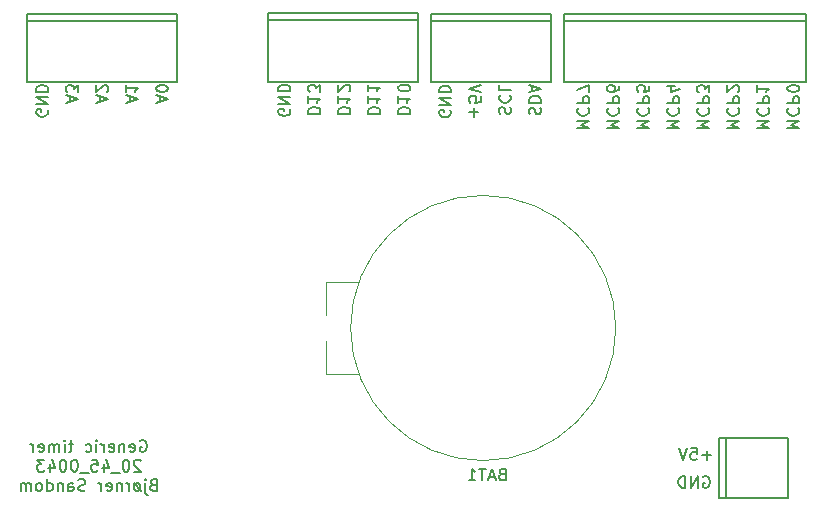
<source format=gbr>
G04 #@! TF.GenerationSoftware,KiCad,Pcbnew,(5.1.7)-1*
G04 #@! TF.CreationDate,2020-11-03T10:40:30+01:00*
G04 #@! TF.ProjectId,Timer,54696d65-722e-46b6-9963-61645f706362,rev?*
G04 #@! TF.SameCoordinates,Original*
G04 #@! TF.FileFunction,Legend,Bot*
G04 #@! TF.FilePolarity,Positive*
%FSLAX46Y46*%
G04 Gerber Fmt 4.6, Leading zero omitted, Abs format (unit mm)*
G04 Created by KiCad (PCBNEW (5.1.7)-1) date 2020-11-03 10:40:30*
%MOMM*%
%LPD*%
G01*
G04 APERTURE LIST*
%ADD10C,0.150000*%
%ADD11C,0.100000*%
G04 APERTURE END LIST*
D10*
X127333333Y-92500000D02*
X127428571Y-92452380D01*
X127571428Y-92452380D01*
X127714285Y-92500000D01*
X127809523Y-92595238D01*
X127857142Y-92690476D01*
X127904761Y-92880952D01*
X127904761Y-93023809D01*
X127857142Y-93214285D01*
X127809523Y-93309523D01*
X127714285Y-93404761D01*
X127571428Y-93452380D01*
X127476190Y-93452380D01*
X127333333Y-93404761D01*
X127285714Y-93357142D01*
X127285714Y-93023809D01*
X127476190Y-93023809D01*
X126476190Y-93404761D02*
X126571428Y-93452380D01*
X126761904Y-93452380D01*
X126857142Y-93404761D01*
X126904761Y-93309523D01*
X126904761Y-92928571D01*
X126857142Y-92833333D01*
X126761904Y-92785714D01*
X126571428Y-92785714D01*
X126476190Y-92833333D01*
X126428571Y-92928571D01*
X126428571Y-93023809D01*
X126904761Y-93119047D01*
X126000000Y-92785714D02*
X126000000Y-93452380D01*
X126000000Y-92880952D02*
X125952380Y-92833333D01*
X125857142Y-92785714D01*
X125714285Y-92785714D01*
X125619047Y-92833333D01*
X125571428Y-92928571D01*
X125571428Y-93452380D01*
X124714285Y-93404761D02*
X124809523Y-93452380D01*
X125000000Y-93452380D01*
X125095238Y-93404761D01*
X125142857Y-93309523D01*
X125142857Y-92928571D01*
X125095238Y-92833333D01*
X125000000Y-92785714D01*
X124809523Y-92785714D01*
X124714285Y-92833333D01*
X124666666Y-92928571D01*
X124666666Y-93023809D01*
X125142857Y-93119047D01*
X124238095Y-93452380D02*
X124238095Y-92785714D01*
X124238095Y-92976190D02*
X124190476Y-92880952D01*
X124142857Y-92833333D01*
X124047619Y-92785714D01*
X123952380Y-92785714D01*
X123619047Y-93452380D02*
X123619047Y-92785714D01*
X123619047Y-92452380D02*
X123666666Y-92500000D01*
X123619047Y-92547619D01*
X123571428Y-92500000D01*
X123619047Y-92452380D01*
X123619047Y-92547619D01*
X122714285Y-93404761D02*
X122809523Y-93452380D01*
X123000000Y-93452380D01*
X123095238Y-93404761D01*
X123142857Y-93357142D01*
X123190476Y-93261904D01*
X123190476Y-92976190D01*
X123142857Y-92880952D01*
X123095238Y-92833333D01*
X123000000Y-92785714D01*
X122809523Y-92785714D01*
X122714285Y-92833333D01*
X121666666Y-92785714D02*
X121285714Y-92785714D01*
X121523809Y-92452380D02*
X121523809Y-93309523D01*
X121476190Y-93404761D01*
X121380952Y-93452380D01*
X121285714Y-93452380D01*
X120952380Y-93452380D02*
X120952380Y-92785714D01*
X120952380Y-92452380D02*
X121000000Y-92500000D01*
X120952380Y-92547619D01*
X120904761Y-92500000D01*
X120952380Y-92452380D01*
X120952380Y-92547619D01*
X120476190Y-93452380D02*
X120476190Y-92785714D01*
X120476190Y-92880952D02*
X120428571Y-92833333D01*
X120333333Y-92785714D01*
X120190476Y-92785714D01*
X120095238Y-92833333D01*
X120047619Y-92928571D01*
X120047619Y-93452380D01*
X120047619Y-92928571D02*
X120000000Y-92833333D01*
X119904761Y-92785714D01*
X119761904Y-92785714D01*
X119666666Y-92833333D01*
X119619047Y-92928571D01*
X119619047Y-93452380D01*
X118761904Y-93404761D02*
X118857142Y-93452380D01*
X119047619Y-93452380D01*
X119142857Y-93404761D01*
X119190476Y-93309523D01*
X119190476Y-92928571D01*
X119142857Y-92833333D01*
X119047619Y-92785714D01*
X118857142Y-92785714D01*
X118761904Y-92833333D01*
X118714285Y-92928571D01*
X118714285Y-93023809D01*
X119190476Y-93119047D01*
X118285714Y-93452380D02*
X118285714Y-92785714D01*
X118285714Y-92976190D02*
X118238095Y-92880952D01*
X118190476Y-92833333D01*
X118095238Y-92785714D01*
X118000000Y-92785714D01*
X127380952Y-94197619D02*
X127333333Y-94150000D01*
X127238095Y-94102380D01*
X127000000Y-94102380D01*
X126904761Y-94150000D01*
X126857142Y-94197619D01*
X126809523Y-94292857D01*
X126809523Y-94388095D01*
X126857142Y-94530952D01*
X127428571Y-95102380D01*
X126809523Y-95102380D01*
X126190476Y-94102380D02*
X126095238Y-94102380D01*
X126000000Y-94150000D01*
X125952380Y-94197619D01*
X125904761Y-94292857D01*
X125857142Y-94483333D01*
X125857142Y-94721428D01*
X125904761Y-94911904D01*
X125952380Y-95007142D01*
X126000000Y-95054761D01*
X126095238Y-95102380D01*
X126190476Y-95102380D01*
X126285714Y-95054761D01*
X126333333Y-95007142D01*
X126380952Y-94911904D01*
X126428571Y-94721428D01*
X126428571Y-94483333D01*
X126380952Y-94292857D01*
X126333333Y-94197619D01*
X126285714Y-94150000D01*
X126190476Y-94102380D01*
X125666666Y-95197619D02*
X124904761Y-95197619D01*
X124238095Y-94435714D02*
X124238095Y-95102380D01*
X124476190Y-94054761D02*
X124714285Y-94769047D01*
X124095238Y-94769047D01*
X123238095Y-94102380D02*
X123714285Y-94102380D01*
X123761904Y-94578571D01*
X123714285Y-94530952D01*
X123619047Y-94483333D01*
X123380952Y-94483333D01*
X123285714Y-94530952D01*
X123238095Y-94578571D01*
X123190476Y-94673809D01*
X123190476Y-94911904D01*
X123238095Y-95007142D01*
X123285714Y-95054761D01*
X123380952Y-95102380D01*
X123619047Y-95102380D01*
X123714285Y-95054761D01*
X123761904Y-95007142D01*
X123000000Y-95197619D02*
X122238095Y-95197619D01*
X121809523Y-94102380D02*
X121714285Y-94102380D01*
X121619047Y-94150000D01*
X121571428Y-94197619D01*
X121523809Y-94292857D01*
X121476190Y-94483333D01*
X121476190Y-94721428D01*
X121523809Y-94911904D01*
X121571428Y-95007142D01*
X121619047Y-95054761D01*
X121714285Y-95102380D01*
X121809523Y-95102380D01*
X121904761Y-95054761D01*
X121952380Y-95007142D01*
X122000000Y-94911904D01*
X122047619Y-94721428D01*
X122047619Y-94483333D01*
X122000000Y-94292857D01*
X121952380Y-94197619D01*
X121904761Y-94150000D01*
X121809523Y-94102380D01*
X120857142Y-94102380D02*
X120761904Y-94102380D01*
X120666666Y-94150000D01*
X120619047Y-94197619D01*
X120571428Y-94292857D01*
X120523809Y-94483333D01*
X120523809Y-94721428D01*
X120571428Y-94911904D01*
X120619047Y-95007142D01*
X120666666Y-95054761D01*
X120761904Y-95102380D01*
X120857142Y-95102380D01*
X120952380Y-95054761D01*
X121000000Y-95007142D01*
X121047619Y-94911904D01*
X121095238Y-94721428D01*
X121095238Y-94483333D01*
X121047619Y-94292857D01*
X121000000Y-94197619D01*
X120952380Y-94150000D01*
X120857142Y-94102380D01*
X119666666Y-94435714D02*
X119666666Y-95102380D01*
X119904761Y-94054761D02*
X120142857Y-94769047D01*
X119523809Y-94769047D01*
X119238095Y-94102380D02*
X118619047Y-94102380D01*
X118952380Y-94483333D01*
X118809523Y-94483333D01*
X118714285Y-94530952D01*
X118666666Y-94578571D01*
X118619047Y-94673809D01*
X118619047Y-94911904D01*
X118666666Y-95007142D01*
X118714285Y-95054761D01*
X118809523Y-95102380D01*
X119095238Y-95102380D01*
X119190476Y-95054761D01*
X119238095Y-95007142D01*
X128452380Y-96228571D02*
X128309523Y-96276190D01*
X128261904Y-96323809D01*
X128214285Y-96419047D01*
X128214285Y-96561904D01*
X128261904Y-96657142D01*
X128309523Y-96704761D01*
X128404761Y-96752380D01*
X128785714Y-96752380D01*
X128785714Y-95752380D01*
X128452380Y-95752380D01*
X128357142Y-95800000D01*
X128309523Y-95847619D01*
X128261904Y-95942857D01*
X128261904Y-96038095D01*
X128309523Y-96133333D01*
X128357142Y-96180952D01*
X128452380Y-96228571D01*
X128785714Y-96228571D01*
X127785714Y-96085714D02*
X127785714Y-96942857D01*
X127833333Y-97038095D01*
X127928571Y-97085714D01*
X127976190Y-97085714D01*
X127785714Y-95752380D02*
X127833333Y-95800000D01*
X127785714Y-95847619D01*
X127738095Y-95800000D01*
X127785714Y-95752380D01*
X127785714Y-95847619D01*
X126785714Y-96085714D02*
X127404761Y-96752380D01*
X127166666Y-96752380D02*
X127261904Y-96704761D01*
X127309523Y-96657142D01*
X127357142Y-96561904D01*
X127357142Y-96276190D01*
X127309523Y-96180952D01*
X127261904Y-96133333D01*
X127166666Y-96085714D01*
X127023809Y-96085714D01*
X126928571Y-96133333D01*
X126880952Y-96180952D01*
X126833333Y-96276190D01*
X126833333Y-96561904D01*
X126880952Y-96657142D01*
X126928571Y-96704761D01*
X127023809Y-96752380D01*
X127166666Y-96752380D01*
X126404761Y-96752380D02*
X126404761Y-96085714D01*
X126404761Y-96276190D02*
X126357142Y-96180952D01*
X126309523Y-96133333D01*
X126214285Y-96085714D01*
X126119047Y-96085714D01*
X125785714Y-96085714D02*
X125785714Y-96752380D01*
X125785714Y-96180952D02*
X125738095Y-96133333D01*
X125642857Y-96085714D01*
X125500000Y-96085714D01*
X125404761Y-96133333D01*
X125357142Y-96228571D01*
X125357142Y-96752380D01*
X124500000Y-96704761D02*
X124595238Y-96752380D01*
X124785714Y-96752380D01*
X124880952Y-96704761D01*
X124928571Y-96609523D01*
X124928571Y-96228571D01*
X124880952Y-96133333D01*
X124785714Y-96085714D01*
X124595238Y-96085714D01*
X124500000Y-96133333D01*
X124452380Y-96228571D01*
X124452380Y-96323809D01*
X124928571Y-96419047D01*
X124023809Y-96752380D02*
X124023809Y-96085714D01*
X124023809Y-96276190D02*
X123976190Y-96180952D01*
X123928571Y-96133333D01*
X123833333Y-96085714D01*
X123738095Y-96085714D01*
X122690476Y-96704761D02*
X122547619Y-96752380D01*
X122309523Y-96752380D01*
X122214285Y-96704761D01*
X122166666Y-96657142D01*
X122119047Y-96561904D01*
X122119047Y-96466666D01*
X122166666Y-96371428D01*
X122214285Y-96323809D01*
X122309523Y-96276190D01*
X122500000Y-96228571D01*
X122595238Y-96180952D01*
X122642857Y-96133333D01*
X122690476Y-96038095D01*
X122690476Y-95942857D01*
X122642857Y-95847619D01*
X122595238Y-95800000D01*
X122500000Y-95752380D01*
X122261904Y-95752380D01*
X122119047Y-95800000D01*
X121261904Y-96752380D02*
X121261904Y-96228571D01*
X121309523Y-96133333D01*
X121404761Y-96085714D01*
X121595238Y-96085714D01*
X121690476Y-96133333D01*
X121261904Y-96704761D02*
X121357142Y-96752380D01*
X121595238Y-96752380D01*
X121690476Y-96704761D01*
X121738095Y-96609523D01*
X121738095Y-96514285D01*
X121690476Y-96419047D01*
X121595238Y-96371428D01*
X121357142Y-96371428D01*
X121261904Y-96323809D01*
X120785714Y-96085714D02*
X120785714Y-96752380D01*
X120785714Y-96180952D02*
X120738095Y-96133333D01*
X120642857Y-96085714D01*
X120500000Y-96085714D01*
X120404761Y-96133333D01*
X120357142Y-96228571D01*
X120357142Y-96752380D01*
X119452380Y-96752380D02*
X119452380Y-95752380D01*
X119452380Y-96704761D02*
X119547619Y-96752380D01*
X119738095Y-96752380D01*
X119833333Y-96704761D01*
X119880952Y-96657142D01*
X119928571Y-96561904D01*
X119928571Y-96276190D01*
X119880952Y-96180952D01*
X119833333Y-96133333D01*
X119738095Y-96085714D01*
X119547619Y-96085714D01*
X119452380Y-96133333D01*
X118833333Y-96752380D02*
X118928571Y-96704761D01*
X118976190Y-96657142D01*
X119023809Y-96561904D01*
X119023809Y-96276190D01*
X118976190Y-96180952D01*
X118928571Y-96133333D01*
X118833333Y-96085714D01*
X118690476Y-96085714D01*
X118595238Y-96133333D01*
X118547619Y-96180952D01*
X118500000Y-96276190D01*
X118500000Y-96561904D01*
X118547619Y-96657142D01*
X118595238Y-96704761D01*
X118690476Y-96752380D01*
X118833333Y-96752380D01*
X118071428Y-96752380D02*
X118071428Y-96085714D01*
X118071428Y-96180952D02*
X118023809Y-96133333D01*
X117928571Y-96085714D01*
X117785714Y-96085714D01*
X117690476Y-96133333D01*
X117642857Y-96228571D01*
X117642857Y-96752380D01*
X117642857Y-96228571D02*
X117595238Y-96133333D01*
X117500000Y-96085714D01*
X117357142Y-96085714D01*
X117261904Y-96133333D01*
X117214285Y-96228571D01*
X117214285Y-96752380D01*
X175011904Y-95550000D02*
X175107142Y-95502380D01*
X175250000Y-95502380D01*
X175392857Y-95550000D01*
X175488095Y-95645238D01*
X175535714Y-95740476D01*
X175583333Y-95930952D01*
X175583333Y-96073809D01*
X175535714Y-96264285D01*
X175488095Y-96359523D01*
X175392857Y-96454761D01*
X175250000Y-96502380D01*
X175154761Y-96502380D01*
X175011904Y-96454761D01*
X174964285Y-96407142D01*
X174964285Y-96073809D01*
X175154761Y-96073809D01*
X174535714Y-96502380D02*
X174535714Y-95502380D01*
X173964285Y-96502380D01*
X173964285Y-95502380D01*
X173488095Y-96502380D02*
X173488095Y-95502380D01*
X173250000Y-95502380D01*
X173107142Y-95550000D01*
X173011904Y-95645238D01*
X172964285Y-95740476D01*
X172916666Y-95930952D01*
X172916666Y-96073809D01*
X172964285Y-96264285D01*
X173011904Y-96359523D01*
X173107142Y-96454761D01*
X173250000Y-96502380D01*
X173488095Y-96502380D01*
X175685714Y-93721428D02*
X174923809Y-93721428D01*
X175304761Y-94102380D02*
X175304761Y-93340476D01*
X173971428Y-93102380D02*
X174447619Y-93102380D01*
X174495238Y-93578571D01*
X174447619Y-93530952D01*
X174352380Y-93483333D01*
X174114285Y-93483333D01*
X174019047Y-93530952D01*
X173971428Y-93578571D01*
X173923809Y-93673809D01*
X173923809Y-93911904D01*
X173971428Y-94007142D01*
X174019047Y-94054761D01*
X174114285Y-94102380D01*
X174352380Y-94102380D01*
X174447619Y-94054761D01*
X174495238Y-94007142D01*
X173638095Y-93102380D02*
X173304761Y-94102380D01*
X172971428Y-93102380D01*
X169433333Y-66059523D02*
X170433333Y-66059523D01*
X169719047Y-65726190D01*
X170433333Y-65392857D01*
X169433333Y-65392857D01*
X169528571Y-64345238D02*
X169480952Y-64392857D01*
X169433333Y-64535714D01*
X169433333Y-64630952D01*
X169480952Y-64773809D01*
X169576190Y-64869047D01*
X169671428Y-64916666D01*
X169861904Y-64964285D01*
X170004761Y-64964285D01*
X170195237Y-64916666D01*
X170290475Y-64869047D01*
X170385714Y-64773809D01*
X170433333Y-64630952D01*
X170433333Y-64535714D01*
X170385714Y-64392857D01*
X170338094Y-64345238D01*
X169433333Y-63916666D02*
X170433333Y-63916666D01*
X170433333Y-63535714D01*
X170385714Y-63440476D01*
X170338094Y-63392857D01*
X170242856Y-63345238D01*
X170099999Y-63345238D01*
X170004761Y-63392857D01*
X169957142Y-63440476D01*
X169909523Y-63535714D01*
X169909523Y-63916666D01*
X170433333Y-62440476D02*
X170433333Y-62916666D01*
X169957142Y-62964285D01*
X170004761Y-62916666D01*
X170052380Y-62821428D01*
X170052380Y-62583333D01*
X170004761Y-62488095D01*
X169957142Y-62440476D01*
X169861904Y-62392857D01*
X169623809Y-62392857D01*
X169528571Y-62440476D01*
X169480952Y-62488095D01*
X169433333Y-62583333D01*
X169433333Y-62821428D01*
X169480952Y-62916666D01*
X169528571Y-62964285D01*
X166890476Y-66059523D02*
X167890476Y-66059523D01*
X167176190Y-65726190D01*
X167890476Y-65392857D01*
X166890476Y-65392857D01*
X166985714Y-64345238D02*
X166938095Y-64392857D01*
X166890476Y-64535714D01*
X166890476Y-64630952D01*
X166938095Y-64773809D01*
X167033333Y-64869047D01*
X167128571Y-64916666D01*
X167319047Y-64964285D01*
X167461904Y-64964285D01*
X167652380Y-64916666D01*
X167747618Y-64869047D01*
X167842857Y-64773809D01*
X167890476Y-64630952D01*
X167890476Y-64535714D01*
X167842857Y-64392857D01*
X167795237Y-64345238D01*
X166890476Y-63916666D02*
X167890476Y-63916666D01*
X167890476Y-63535714D01*
X167842857Y-63440476D01*
X167795237Y-63392857D01*
X167699999Y-63345238D01*
X167557142Y-63345238D01*
X167461904Y-63392857D01*
X167414285Y-63440476D01*
X167366666Y-63535714D01*
X167366666Y-63916666D01*
X167890476Y-62488095D02*
X167890476Y-62678571D01*
X167842857Y-62773809D01*
X167795237Y-62821428D01*
X167652380Y-62916666D01*
X167461904Y-62964285D01*
X167080952Y-62964285D01*
X166985714Y-62916666D01*
X166938095Y-62869047D01*
X166890476Y-62773809D01*
X166890476Y-62583333D01*
X166938095Y-62488095D01*
X166985714Y-62440476D01*
X167080952Y-62392857D01*
X167319047Y-62392857D01*
X167414285Y-62440476D01*
X167461904Y-62488095D01*
X167509523Y-62583333D01*
X167509523Y-62773809D01*
X167461904Y-62869047D01*
X167414285Y-62916666D01*
X167319047Y-62964285D01*
X164347619Y-66059523D02*
X165347619Y-66059523D01*
X164633333Y-65726190D01*
X165347619Y-65392857D01*
X164347619Y-65392857D01*
X164442857Y-64345238D02*
X164395238Y-64392857D01*
X164347619Y-64535714D01*
X164347619Y-64630952D01*
X164395238Y-64773809D01*
X164490476Y-64869047D01*
X164585714Y-64916666D01*
X164776190Y-64964285D01*
X164919047Y-64964285D01*
X165109523Y-64916666D01*
X165204761Y-64869047D01*
X165300000Y-64773809D01*
X165347619Y-64630952D01*
X165347619Y-64535714D01*
X165300000Y-64392857D01*
X165252380Y-64345238D01*
X164347619Y-63916666D02*
X165347619Y-63916666D01*
X165347619Y-63535714D01*
X165300000Y-63440476D01*
X165252380Y-63392857D01*
X165157142Y-63345238D01*
X165014285Y-63345238D01*
X164919047Y-63392857D01*
X164871428Y-63440476D01*
X164823809Y-63535714D01*
X164823809Y-63916666D01*
X165347619Y-63011904D02*
X165347619Y-62345238D01*
X164347619Y-62773809D01*
X179604761Y-66059523D02*
X180604761Y-66059523D01*
X179890475Y-65726190D01*
X180604761Y-65392857D01*
X179604761Y-65392857D01*
X179699999Y-64345238D02*
X179652380Y-64392857D01*
X179604761Y-64535714D01*
X179604761Y-64630952D01*
X179652380Y-64773809D01*
X179747618Y-64869047D01*
X179842856Y-64916666D01*
X180033332Y-64964285D01*
X180176189Y-64964285D01*
X180366665Y-64916666D01*
X180461903Y-64869047D01*
X180557142Y-64773809D01*
X180604761Y-64630952D01*
X180604761Y-64535714D01*
X180557142Y-64392857D01*
X180509522Y-64345238D01*
X179604761Y-63916666D02*
X180604761Y-63916666D01*
X180604761Y-63535714D01*
X180557142Y-63440476D01*
X180509522Y-63392857D01*
X180414284Y-63345238D01*
X180271427Y-63345238D01*
X180176189Y-63392857D01*
X180128570Y-63440476D01*
X180080951Y-63535714D01*
X180080951Y-63916666D01*
X179604761Y-62392857D02*
X179604761Y-62964285D01*
X179604761Y-62678571D02*
X180604761Y-62678571D01*
X180461903Y-62773809D01*
X180366665Y-62869047D01*
X180319046Y-62964285D01*
X171976190Y-66059523D02*
X172976190Y-66059523D01*
X172261904Y-65726190D01*
X172976190Y-65392857D01*
X171976190Y-65392857D01*
X172071428Y-64345238D02*
X172023809Y-64392857D01*
X171976190Y-64535714D01*
X171976190Y-64630952D01*
X172023809Y-64773809D01*
X172119047Y-64869047D01*
X172214285Y-64916666D01*
X172404761Y-64964285D01*
X172547618Y-64964285D01*
X172738094Y-64916666D01*
X172833332Y-64869047D01*
X172928571Y-64773809D01*
X172976190Y-64630952D01*
X172976190Y-64535714D01*
X172928571Y-64392857D01*
X172880951Y-64345238D01*
X171976190Y-63916666D02*
X172976190Y-63916666D01*
X172976190Y-63535714D01*
X172928571Y-63440476D01*
X172880951Y-63392857D01*
X172785713Y-63345238D01*
X172642856Y-63345238D01*
X172547618Y-63392857D01*
X172499999Y-63440476D01*
X172452380Y-63535714D01*
X172452380Y-63916666D01*
X172642856Y-62488095D02*
X171976190Y-62488095D01*
X173023809Y-62726190D02*
X172309523Y-62964285D01*
X172309523Y-62345238D01*
X177061904Y-66059523D02*
X178061904Y-66059523D01*
X177347618Y-65726190D01*
X178061904Y-65392857D01*
X177061904Y-65392857D01*
X177157142Y-64345238D02*
X177109523Y-64392857D01*
X177061904Y-64535714D01*
X177061904Y-64630952D01*
X177109523Y-64773809D01*
X177204761Y-64869047D01*
X177299999Y-64916666D01*
X177490475Y-64964285D01*
X177633332Y-64964285D01*
X177823808Y-64916666D01*
X177919046Y-64869047D01*
X178014285Y-64773809D01*
X178061904Y-64630952D01*
X178061904Y-64535714D01*
X178014285Y-64392857D01*
X177966665Y-64345238D01*
X177061904Y-63916666D02*
X178061904Y-63916666D01*
X178061904Y-63535714D01*
X178014285Y-63440476D01*
X177966665Y-63392857D01*
X177871427Y-63345238D01*
X177728570Y-63345238D01*
X177633332Y-63392857D01*
X177585713Y-63440476D01*
X177538094Y-63535714D01*
X177538094Y-63916666D01*
X177966665Y-62964285D02*
X178014285Y-62916666D01*
X178061904Y-62821428D01*
X178061904Y-62583333D01*
X178014285Y-62488095D01*
X177966665Y-62440476D01*
X177871427Y-62392857D01*
X177776189Y-62392857D01*
X177633332Y-62440476D01*
X177061904Y-63011904D01*
X177061904Y-62392857D01*
X174519047Y-66059523D02*
X175519047Y-66059523D01*
X174804761Y-65726190D01*
X175519047Y-65392857D01*
X174519047Y-65392857D01*
X174614285Y-64345238D02*
X174566666Y-64392857D01*
X174519047Y-64535714D01*
X174519047Y-64630952D01*
X174566666Y-64773809D01*
X174661904Y-64869047D01*
X174757142Y-64916666D01*
X174947618Y-64964285D01*
X175090475Y-64964285D01*
X175280951Y-64916666D01*
X175376189Y-64869047D01*
X175471428Y-64773809D01*
X175519047Y-64630952D01*
X175519047Y-64535714D01*
X175471428Y-64392857D01*
X175423808Y-64345238D01*
X174519047Y-63916666D02*
X175519047Y-63916666D01*
X175519047Y-63535714D01*
X175471428Y-63440476D01*
X175423808Y-63392857D01*
X175328570Y-63345238D01*
X175185713Y-63345238D01*
X175090475Y-63392857D01*
X175042856Y-63440476D01*
X174995237Y-63535714D01*
X174995237Y-63916666D01*
X175519047Y-63011904D02*
X175519047Y-62392857D01*
X175138094Y-62726190D01*
X175138094Y-62583333D01*
X175090475Y-62488095D01*
X175042856Y-62440476D01*
X174947618Y-62392857D01*
X174709523Y-62392857D01*
X174614285Y-62440476D01*
X174566666Y-62488095D01*
X174519047Y-62583333D01*
X174519047Y-62869047D01*
X174566666Y-62964285D01*
X174614285Y-63011904D01*
X182147619Y-66059523D02*
X183147619Y-66059523D01*
X182433333Y-65726190D01*
X183147619Y-65392857D01*
X182147619Y-65392857D01*
X182242857Y-64345238D02*
X182195238Y-64392857D01*
X182147619Y-64535714D01*
X182147619Y-64630952D01*
X182195238Y-64773809D01*
X182290476Y-64869047D01*
X182385714Y-64916666D01*
X182576190Y-64964285D01*
X182719047Y-64964285D01*
X182909523Y-64916666D01*
X183004761Y-64869047D01*
X183100000Y-64773809D01*
X183147619Y-64630952D01*
X183147619Y-64535714D01*
X183100000Y-64392857D01*
X183052380Y-64345238D01*
X182147619Y-63916666D02*
X183147619Y-63916666D01*
X183147619Y-63535714D01*
X183100000Y-63440476D01*
X183052380Y-63392857D01*
X182957142Y-63345238D01*
X182814285Y-63345238D01*
X182719047Y-63392857D01*
X182671428Y-63440476D01*
X182623809Y-63535714D01*
X182623809Y-63916666D01*
X183147619Y-62726190D02*
X183147619Y-62630952D01*
X183100000Y-62535714D01*
X183052380Y-62488095D01*
X182957142Y-62440476D01*
X182766666Y-62392857D01*
X182528571Y-62392857D01*
X182338095Y-62440476D01*
X182242857Y-62488095D01*
X182195238Y-62535714D01*
X182147619Y-62630952D01*
X182147619Y-62726190D01*
X182195238Y-62821428D01*
X182242857Y-62869047D01*
X182338095Y-62916666D01*
X182528571Y-62964285D01*
X182766666Y-62964285D01*
X182957142Y-62916666D01*
X183052380Y-62869047D01*
X183100000Y-62821428D01*
X183147619Y-62726190D01*
X160307738Y-64864285D02*
X160260119Y-64721428D01*
X160260119Y-64483333D01*
X160307738Y-64388095D01*
X160355357Y-64340476D01*
X160450595Y-64292857D01*
X160545833Y-64292857D01*
X160641071Y-64340476D01*
X160688690Y-64388095D01*
X160736309Y-64483333D01*
X160783928Y-64673809D01*
X160831547Y-64769047D01*
X160879166Y-64816666D01*
X160974404Y-64864285D01*
X161069642Y-64864285D01*
X161164880Y-64816666D01*
X161212500Y-64769047D01*
X161260119Y-64673809D01*
X161260119Y-64435714D01*
X161212500Y-64292857D01*
X160260119Y-63864285D02*
X161260119Y-63864285D01*
X161260119Y-63626190D01*
X161212500Y-63483333D01*
X161117261Y-63388095D01*
X161022023Y-63340476D01*
X160831547Y-63292857D01*
X160688690Y-63292857D01*
X160498214Y-63340476D01*
X160402976Y-63388095D01*
X160307738Y-63483333D01*
X160260119Y-63626190D01*
X160260119Y-63864285D01*
X160545833Y-62911904D02*
X160545833Y-62435714D01*
X160260119Y-63007142D02*
X161260119Y-62673809D01*
X160260119Y-62340476D01*
X153600000Y-64530951D02*
X153647619Y-64626189D01*
X153647619Y-64769047D01*
X153600000Y-64911904D01*
X153504761Y-65007142D01*
X153409523Y-65054761D01*
X153219047Y-65102380D01*
X153076190Y-65102380D01*
X152885714Y-65054761D01*
X152790476Y-65007142D01*
X152695238Y-64911904D01*
X152647619Y-64769047D01*
X152647619Y-64673808D01*
X152695238Y-64530951D01*
X152742857Y-64483332D01*
X153076190Y-64483332D01*
X153076190Y-64673808D01*
X152647619Y-64054761D02*
X153647619Y-64054761D01*
X152647619Y-63483332D01*
X153647619Y-63483332D01*
X152647619Y-63007142D02*
X153647619Y-63007142D01*
X153647619Y-62769047D01*
X153600000Y-62626189D01*
X153504761Y-62530951D01*
X153409523Y-62483332D01*
X153219047Y-62435713D01*
X153076190Y-62435713D01*
X152885714Y-62483332D01*
X152790476Y-62530951D01*
X152695238Y-62626189D01*
X152647619Y-62769047D01*
X152647619Y-63007142D01*
X157770238Y-64816666D02*
X157722619Y-64673809D01*
X157722619Y-64435713D01*
X157770238Y-64340475D01*
X157817857Y-64292856D01*
X157913095Y-64245237D01*
X158008333Y-64245237D01*
X158103571Y-64292856D01*
X158151190Y-64340475D01*
X158198809Y-64435713D01*
X158246428Y-64626190D01*
X158294047Y-64721428D01*
X158341666Y-64769047D01*
X158436904Y-64816666D01*
X158532142Y-64816666D01*
X158627380Y-64769047D01*
X158675000Y-64721428D01*
X158722619Y-64626190D01*
X158722619Y-64388094D01*
X158675000Y-64245237D01*
X157817857Y-63245237D02*
X157770238Y-63292856D01*
X157722619Y-63435713D01*
X157722619Y-63530951D01*
X157770238Y-63673809D01*
X157865476Y-63769047D01*
X157960714Y-63816666D01*
X158151190Y-63864285D01*
X158294047Y-63864285D01*
X158484523Y-63816666D01*
X158579761Y-63769047D01*
X158675000Y-63673809D01*
X158722619Y-63530951D01*
X158722619Y-63435713D01*
X158675000Y-63292856D01*
X158627380Y-63245237D01*
X157722619Y-62340475D02*
X157722619Y-62816666D01*
X158722619Y-62816666D01*
X155566071Y-65054761D02*
X155566071Y-64292856D01*
X155185119Y-64673808D02*
X155947023Y-64673808D01*
X156185119Y-63340475D02*
X156185119Y-63816666D01*
X155708928Y-63864285D01*
X155756547Y-63816666D01*
X155804166Y-63721427D01*
X155804166Y-63483332D01*
X155756547Y-63388094D01*
X155708928Y-63340475D01*
X155613690Y-63292856D01*
X155375595Y-63292856D01*
X155280357Y-63340475D01*
X155232738Y-63388094D01*
X155185119Y-63483332D01*
X155185119Y-63721427D01*
X155232738Y-63816666D01*
X155280357Y-63864285D01*
X156185119Y-63007142D02*
X155185119Y-62673808D01*
X156185119Y-62340475D01*
X146660119Y-64814285D02*
X147660119Y-64814285D01*
X147660119Y-64576190D01*
X147612500Y-64433333D01*
X147517261Y-64338095D01*
X147422023Y-64290476D01*
X147231547Y-64242857D01*
X147088690Y-64242857D01*
X146898214Y-64290476D01*
X146802976Y-64338095D01*
X146707738Y-64433333D01*
X146660119Y-64576190D01*
X146660119Y-64814285D01*
X146660119Y-63290476D02*
X146660119Y-63861904D01*
X146660119Y-63576190D02*
X147660119Y-63576190D01*
X147517261Y-63671428D01*
X147422023Y-63766666D01*
X147374404Y-63861904D01*
X146660119Y-62338095D02*
X146660119Y-62909523D01*
X146660119Y-62623809D02*
X147660119Y-62623809D01*
X147517261Y-62719047D01*
X147422023Y-62814285D01*
X147374404Y-62909523D01*
X140000000Y-64433332D02*
X140047619Y-64528570D01*
X140047619Y-64671428D01*
X140000000Y-64814285D01*
X139904761Y-64909523D01*
X139809523Y-64957142D01*
X139619047Y-65004761D01*
X139476190Y-65004761D01*
X139285714Y-64957142D01*
X139190476Y-64909523D01*
X139095238Y-64814285D01*
X139047619Y-64671428D01*
X139047619Y-64576189D01*
X139095238Y-64433332D01*
X139142857Y-64385713D01*
X139476190Y-64385713D01*
X139476190Y-64576189D01*
X139047619Y-63957142D02*
X140047619Y-63957142D01*
X139047619Y-63385713D01*
X140047619Y-63385713D01*
X139047619Y-62909523D02*
X140047619Y-62909523D01*
X140047619Y-62671428D01*
X140000000Y-62528570D01*
X139904761Y-62433332D01*
X139809523Y-62385713D01*
X139619047Y-62338094D01*
X139476190Y-62338094D01*
X139285714Y-62385713D01*
X139190476Y-62433332D01*
X139095238Y-62528570D01*
X139047619Y-62671428D01*
X139047619Y-62909523D01*
X144122619Y-64814285D02*
X145122619Y-64814285D01*
X145122619Y-64576190D01*
X145075000Y-64433333D01*
X144979761Y-64338095D01*
X144884523Y-64290476D01*
X144694047Y-64242857D01*
X144551190Y-64242857D01*
X144360714Y-64290476D01*
X144265476Y-64338095D01*
X144170238Y-64433333D01*
X144122619Y-64576190D01*
X144122619Y-64814285D01*
X144122619Y-63290476D02*
X144122619Y-63861904D01*
X144122619Y-63576190D02*
X145122619Y-63576190D01*
X144979761Y-63671428D01*
X144884523Y-63766666D01*
X144836904Y-63861904D01*
X145027380Y-62909523D02*
X145075000Y-62861904D01*
X145122619Y-62766666D01*
X145122619Y-62528571D01*
X145075000Y-62433333D01*
X145027380Y-62385714D01*
X144932142Y-62338095D01*
X144836904Y-62338095D01*
X144694047Y-62385714D01*
X144122619Y-62957142D01*
X144122619Y-62338095D01*
X141585119Y-64814285D02*
X142585119Y-64814285D01*
X142585119Y-64576190D01*
X142537500Y-64433333D01*
X142442261Y-64338095D01*
X142347023Y-64290476D01*
X142156547Y-64242857D01*
X142013690Y-64242857D01*
X141823214Y-64290476D01*
X141727976Y-64338095D01*
X141632738Y-64433333D01*
X141585119Y-64576190D01*
X141585119Y-64814285D01*
X141585119Y-63290476D02*
X141585119Y-63861904D01*
X141585119Y-63576190D02*
X142585119Y-63576190D01*
X142442261Y-63671428D01*
X142347023Y-63766666D01*
X142299404Y-63861904D01*
X142585119Y-62957142D02*
X142585119Y-62338095D01*
X142204166Y-62671428D01*
X142204166Y-62528571D01*
X142156547Y-62433333D01*
X142108928Y-62385714D01*
X142013690Y-62338095D01*
X141775595Y-62338095D01*
X141680357Y-62385714D01*
X141632738Y-62433333D01*
X141585119Y-62528571D01*
X141585119Y-62814285D01*
X141632738Y-62909523D01*
X141680357Y-62957142D01*
X149197619Y-64814285D02*
X150197619Y-64814285D01*
X150197619Y-64576190D01*
X150150000Y-64433333D01*
X150054761Y-64338095D01*
X149959523Y-64290476D01*
X149769047Y-64242857D01*
X149626190Y-64242857D01*
X149435714Y-64290476D01*
X149340476Y-64338095D01*
X149245238Y-64433333D01*
X149197619Y-64576190D01*
X149197619Y-64814285D01*
X149197619Y-63290476D02*
X149197619Y-63861904D01*
X149197619Y-63576190D02*
X150197619Y-63576190D01*
X150054761Y-63671428D01*
X149959523Y-63766666D01*
X149911904Y-63861904D01*
X150197619Y-62671428D02*
X150197619Y-62576190D01*
X150150000Y-62480952D01*
X150102380Y-62433333D01*
X150007142Y-62385714D01*
X149816666Y-62338095D01*
X149578571Y-62338095D01*
X149388095Y-62385714D01*
X149292857Y-62433333D01*
X149245238Y-62480952D01*
X149197619Y-62576190D01*
X149197619Y-62671428D01*
X149245238Y-62766666D01*
X149292857Y-62814285D01*
X149388095Y-62861904D01*
X149578571Y-62909523D01*
X149816666Y-62909523D01*
X150007142Y-62861904D01*
X150102380Y-62814285D01*
X150150000Y-62766666D01*
X150197619Y-62671428D01*
X119500000Y-64480951D02*
X119547619Y-64576189D01*
X119547619Y-64719047D01*
X119500000Y-64861904D01*
X119404761Y-64957142D01*
X119309523Y-65004761D01*
X119119047Y-65052380D01*
X118976190Y-65052380D01*
X118785714Y-65004761D01*
X118690476Y-64957142D01*
X118595238Y-64861904D01*
X118547619Y-64719047D01*
X118547619Y-64623808D01*
X118595238Y-64480951D01*
X118642857Y-64433332D01*
X118976190Y-64433332D01*
X118976190Y-64623808D01*
X118547619Y-64004761D02*
X119547619Y-64004761D01*
X118547619Y-63433332D01*
X119547619Y-63433332D01*
X118547619Y-62957142D02*
X119547619Y-62957142D01*
X119547619Y-62719047D01*
X119500000Y-62576189D01*
X119404761Y-62480951D01*
X119309523Y-62433332D01*
X119119047Y-62385713D01*
X118976190Y-62385713D01*
X118785714Y-62433332D01*
X118690476Y-62480951D01*
X118595238Y-62576189D01*
X118547619Y-62719047D01*
X118547619Y-62957142D01*
X121370833Y-63814285D02*
X121370833Y-63338095D01*
X121085119Y-63909523D02*
X122085119Y-63576190D01*
X121085119Y-63242857D01*
X122085119Y-63004761D02*
X122085119Y-62385714D01*
X121704166Y-62719047D01*
X121704166Y-62576190D01*
X121656547Y-62480952D01*
X121608928Y-62433333D01*
X121513690Y-62385714D01*
X121275595Y-62385714D01*
X121180357Y-62433333D01*
X121132738Y-62480952D01*
X121085119Y-62576190D01*
X121085119Y-62861904D01*
X121132738Y-62957142D01*
X121180357Y-63004761D01*
X123908333Y-63814285D02*
X123908333Y-63338095D01*
X123622619Y-63909523D02*
X124622619Y-63576190D01*
X123622619Y-63242857D01*
X124527380Y-62957142D02*
X124575000Y-62909523D01*
X124622619Y-62814285D01*
X124622619Y-62576190D01*
X124575000Y-62480952D01*
X124527380Y-62433333D01*
X124432142Y-62385714D01*
X124336904Y-62385714D01*
X124194047Y-62433333D01*
X123622619Y-63004761D01*
X123622619Y-62385714D01*
X126445833Y-63814285D02*
X126445833Y-63338095D01*
X126160119Y-63909523D02*
X127160119Y-63576190D01*
X126160119Y-63242857D01*
X126160119Y-62385714D02*
X126160119Y-62957142D01*
X126160119Y-62671428D02*
X127160119Y-62671428D01*
X127017261Y-62766666D01*
X126922023Y-62861904D01*
X126874404Y-62957142D01*
X128983333Y-63814285D02*
X128983333Y-63338095D01*
X128697619Y-63909523D02*
X129697619Y-63576190D01*
X128697619Y-63242857D01*
X129697619Y-62719047D02*
X129697619Y-62623809D01*
X129650000Y-62528571D01*
X129602380Y-62480952D01*
X129507142Y-62433333D01*
X129316666Y-62385714D01*
X129078571Y-62385714D01*
X128888095Y-62433333D01*
X128792857Y-62480952D01*
X128745238Y-62528571D01*
X128697619Y-62623809D01*
X128697619Y-62719047D01*
X128745238Y-62814285D01*
X128792857Y-62861904D01*
X128888095Y-62909523D01*
X129078571Y-62957142D01*
X129316666Y-62957142D01*
X129507142Y-62909523D01*
X129602380Y-62861904D01*
X129650000Y-62814285D01*
X129697619Y-62719047D01*
X150870000Y-56900000D02*
X138170000Y-56900000D01*
X150870000Y-56300000D02*
X138170000Y-56300000D01*
X138170000Y-56300000D02*
X138170000Y-62100000D01*
X138170000Y-62100000D02*
X150870000Y-62100000D01*
X150870000Y-62100000D02*
X150870000Y-56300000D01*
X176950000Y-92300000D02*
X176950000Y-97300000D01*
X176350000Y-92260000D02*
X176350000Y-97340000D01*
X176350000Y-97340000D02*
X182150000Y-97340000D01*
X182150000Y-97340000D02*
X182150000Y-92260000D01*
X182150000Y-92260000D02*
X176350000Y-92260000D01*
X183700000Y-56928000D02*
X163253000Y-56928000D01*
X183700000Y-56328000D02*
X163253000Y-56328000D01*
X163253000Y-56328000D02*
X163253000Y-62128000D01*
X163253000Y-62128000D02*
X183700000Y-62128000D01*
X183700000Y-62128000D02*
X183700000Y-56328000D01*
X162110000Y-56928000D02*
X151950000Y-56928000D01*
X162110000Y-56328000D02*
X151950000Y-56328000D01*
X151950000Y-56328000D02*
X151950000Y-62128000D01*
X151950000Y-62128000D02*
X162110000Y-62128000D01*
X162110000Y-62128000D02*
X162110000Y-56328000D01*
X130448000Y-56928000D02*
X117748000Y-56928000D01*
X130448000Y-56328000D02*
X117748000Y-56328000D01*
X117748000Y-56328000D02*
X117748000Y-62128000D01*
X117748000Y-62128000D02*
X130448000Y-62128000D01*
X130448000Y-62128000D02*
X130448000Y-56328000D01*
D11*
X143072800Y-86861600D02*
X143072800Y-84016800D01*
X143072800Y-79038400D02*
X143072800Y-81883200D01*
X145816000Y-86861600D02*
X143072800Y-86861600D01*
X145816000Y-79038400D02*
X143072800Y-79038400D01*
X167609200Y-82950000D02*
G75*
G03*
X167609200Y-82950000I-11226800J0D01*
G01*
D10*
X157964285Y-95328571D02*
X157821428Y-95376190D01*
X157773809Y-95423809D01*
X157726190Y-95519047D01*
X157726190Y-95661904D01*
X157773809Y-95757142D01*
X157821428Y-95804761D01*
X157916666Y-95852380D01*
X158297619Y-95852380D01*
X158297619Y-94852380D01*
X157964285Y-94852380D01*
X157869047Y-94900000D01*
X157821428Y-94947619D01*
X157773809Y-95042857D01*
X157773809Y-95138095D01*
X157821428Y-95233333D01*
X157869047Y-95280952D01*
X157964285Y-95328571D01*
X158297619Y-95328571D01*
X157345238Y-95566666D02*
X156869047Y-95566666D01*
X157440476Y-95852380D02*
X157107142Y-94852380D01*
X156773809Y-95852380D01*
X156583333Y-94852380D02*
X156011904Y-94852380D01*
X156297619Y-95852380D02*
X156297619Y-94852380D01*
X155154761Y-95852380D02*
X155726190Y-95852380D01*
X155440476Y-95852380D02*
X155440476Y-94852380D01*
X155535714Y-94995238D01*
X155630952Y-95090476D01*
X155726190Y-95138095D01*
M02*

</source>
